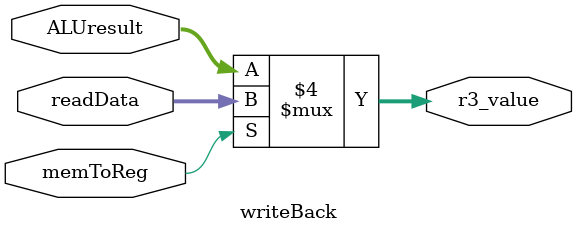
<source format=v>
`timescale 1ns / 1ps
module writeBack(
	input[31:0] ALUresult,
	input[31:0] readData,
	input memToReg,
	output reg[31:0] r3_value
    );
	
	always @(*)
	begin
		if(memToReg == 1) r3_value = readData;
		else r3_value = ALUresult;
	end
endmodule

</source>
